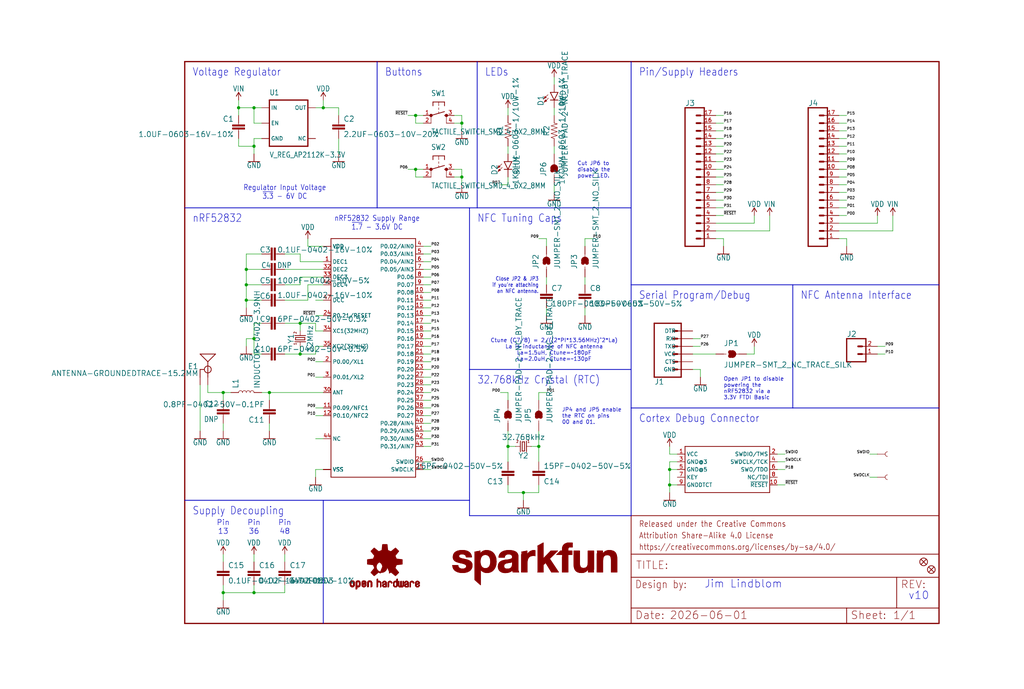
<source format=kicad_sch>
(kicad_sch (version 20230121) (generator eeschema)
  (paper "User" 337.922 227.305)
  (lib_symbols
    (symbol "working-eagle-import:0.1UF-0402-16V-10%"
      (property "Reference" "C" (at 1.524 2.921 0))
      (symbol "0.1UF-0402-16V-10%_1_0"
        (pin passive line (at 0 5.08 270) (length 2.54) (name "1") (number "1"))
        (pin passive line (at 0 -2.54 90) (length 2.54) (name "2") (number "2"))
      )
    )
    (symbol "working-eagle-import:0.8PF-0402-50V-0.1PF"
      (property "Reference" "C" (at 1.524 2.921 0))
      (symbol "0.8PF-0402-50V-0.1PF_1_0"
        (pin passive line (at 0 5.08 270) (length 2.54) (name "1") (number "1"))
        (pin passive line (at 0 -2.54 90) (length 2.54) (name "2") (number "2"))
      )
    )
    (symbol "working-eagle-import:1.0UF-0402-16V-10%"
      (property "Reference" "C" (at 1.524 2.921 0))
      (symbol "1.0UF-0402-16V-10%_1_0"
        (pin passive line (at 0 5.08 270) (length 2.54) (name "1") (number "1"))
        (pin passive line (at 0 -2.54 90) (length 2.54) (name "2") (number "2"))
      )
    )
    (symbol "working-eagle-import:1.0UF-0603-16V-10%"
      (property "Reference" "C" (at 1.524 2.921 0))
      (symbol "1.0UF-0603-16V-10%_1_0"
        (pin passive line (at 0 5.08 270) (length 2.54) (name "1") (number "1"))
        (pin passive line (at 0 -2.54 90) (length 2.54) (name "2") (number "2"))
      )
    )
    (symbol "working-eagle-import:100PF-0402-50V-5%"
      (property "Reference" "C" (at 1.524 2.921 0))
      (symbol "100PF-0402-50V-5%_1_0"
        (pin passive line (at 0 5.08 270) (length 2.54) (name "1") (number "1"))
        (pin passive line (at 0 -2.54 90) (length 2.54) (name "2") (number "2"))
      )
    )
    (symbol "working-eagle-import:15PF-0402-50V-5%"
      (property "Reference" "C" (at 1.524 2.921 0))
      (symbol "15PF-0402-50V-5%_1_0"
        (pin passive line (at 0 5.08 270) (length 2.54) (name "1") (number "1"))
        (pin passive line (at 0 -2.54 90) (length 2.54) (name "2") (number "2"))
      )
    )
    (symbol "working-eagle-import:180PF-0603-50V-5%"
      (property "Reference" "C" (at 1.524 2.921 0))
      (symbol "180PF-0603-50V-5%_1_0"
        (pin passive line (at 0 5.08 270) (length 2.54) (name "1") (number "1"))
        (pin passive line (at 0 -2.54 90) (length 2.54) (name "2") (number "2"))
      )
    )
    (symbol "working-eagle-import:1KOHM-0603-1/10W-1%"
      (property "Reference" "R" (at 0 1.524 0))
      (symbol "1KOHM-0603-1/10W-1%_1_0"
        (pin passive line (at -5.08 0 0) (length 2.54) (name "1") (number "1"))
        (pin passive line (at 5.08 0 180) (length 2.54) (name "2") (number "2"))
      )
    )
    (symbol "working-eagle-import:2.2UF-0603-10V-20%"
      (property "Reference" "C" (at 1.524 2.921 0))
      (symbol "2.2UF-0603-10V-20%_1_0"
        (pin passive line (at 0 5.08 270) (length 2.54) (name "1") (number "1"))
        (pin passive line (at 0 -2.54 90) (length 2.54) (name "2") (number "2"))
      )
    )
    (symbol "working-eagle-import:4.7UF0603"
      (property "Reference" "C" (at 1.524 2.921 0))
      (symbol "4.7UF0603_1_0"
        (pin passive line (at 0 5.08 270) (length 2.54) (name "1") (number "1"))
        (pin passive line (at 0 -2.54 90) (length 2.54) (name "2") (number "2"))
      )
    )
    (symbol "working-eagle-import:6PF-0402-50V-0.5%"
      (property "Reference" "C" (at 1.524 2.921 0))
      (symbol "6PF-0402-50V-0.5%_1_0"
        (pin passive line (at 0 5.08 270) (length 2.54) (name "1") (number "1"))
        (pin passive line (at 0 -2.54 90) (length 2.54) (name "2") (number "2"))
      )
    )
    (symbol "working-eagle-import:ANTENNA-GROUNDEDTRACE-15.2MM"
      (property "Reference" "E" (at 3.048 -5.08 0))
      (symbol "ANTENNA-GROUNDEDTRACE-15.2MM_1_0"
        (pin bidirectional line (at 0 -10.16 90) (length 2.54) (name "SIGNAL") (number "ANT"))
        (pin bidirectional line (at 2.54 -10.16 90) (length 2.54) (name "GND") (number "GND"))
      )
    )
    (symbol "working-eagle-import:ARDUINO_SERIAL_PROGRAMPTH"
      (property "Reference" "J" (at -7.62 10.668 0))
      (symbol "ARDUINO_SERIAL_PROGRAMPTH_1_0"
        (pin passive line (at 5.08 -5.08 180) (length 5.08) (name "DTR") (number "1"))
        (pin passive line (at 5.08 -2.54 180) (length 5.08) (name "RXI") (number "2"))
        (pin passive line (at 5.08 0 180) (length 5.08) (name "TXO") (number "3"))
        (pin passive line (at 5.08 2.54 180) (length 5.08) (name "VCC") (number "4"))
        (pin passive line (at 5.08 5.08 180) (length 5.08) (name "CTS") (number "5"))
        (pin passive line (at 5.08 7.62 180) (length 5.08) (name "GND") (number "6"))
      )
    )
    (symbol "working-eagle-import:CAP0402"
      (property "Reference" "C" (at 1.524 2.921 0))
      (symbol "CAP0402_1_0"
        (pin passive line (at 0 5.08 270) (length 2.54) (name "1") (number "1"))
        (pin passive line (at 0 -2.54 90) (length 2.54) (name "2") (number "2"))
      )
    )
    (symbol "working-eagle-import:CONN_02PTH"
      (property "Reference" "J" (at -2.54 5.588 0))
      (symbol "CONN_02PTH_1_0"
        (pin passive line (at 7.62 0 180) (length 5.08) (name "1") (number "1"))
        (pin passive line (at 7.62 2.54 180) (length 5.08) (name "2") (number "2"))
      )
    )
    (symbol "working-eagle-import:CONN_17"
      (property "Reference" "J" (at 0 23.368 0))
      (symbol "CONN_17_1_0"
        (pin passive line (at 10.16 -20.32 180) (length 5.08) (name "1") (number "1"))
        (pin passive line (at 10.16 2.54 180) (length 5.08) (name "10") (number "10"))
        (pin passive line (at 10.16 5.08 180) (length 5.08) (name "11") (number "11"))
        (pin passive line (at 10.16 7.62 180) (length 5.08) (name "12") (number "12"))
        (pin passive line (at 10.16 10.16 180) (length 5.08) (name "13") (number "13"))
        (pin passive line (at 10.16 12.7 180) (length 5.08) (name "14") (number "14"))
        (pin passive line (at 10.16 15.24 180) (length 5.08) (name "15") (number "15"))
        (pin passive line (at 10.16 17.78 180) (length 5.08) (name "16") (number "16"))
        (pin passive line (at 10.16 20.32 180) (length 5.08) (name "17") (number "17"))
        (pin passive line (at 10.16 -17.78 180) (length 5.08) (name "2") (number "2"))
        (pin passive line (at 10.16 -15.24 180) (length 5.08) (name "3") (number "3"))
        (pin passive line (at 10.16 -12.7 180) (length 5.08) (name "4") (number "4"))
        (pin passive line (at 10.16 -10.16 180) (length 5.08) (name "5") (number "5"))
        (pin passive line (at 10.16 -7.62 180) (length 5.08) (name "6") (number "6"))
        (pin passive line (at 10.16 -5.08 180) (length 5.08) (name "7") (number "7"))
        (pin passive line (at 10.16 -2.54 180) (length 5.08) (name "8") (number "8"))
        (pin passive line (at 10.16 0 180) (length 5.08) (name "9") (number "9"))
      )
    )
    (symbol "working-eagle-import:CORTEX_DEBUGPTH"
      (symbol "CORTEX_DEBUGPTH_1_0"
        (pin bidirectional line (at -15.24 5.08 0) (length 2.54) (name "VCC") (number "1"))
        (pin bidirectional line (at 17.78 -5.08 180) (length 2.54) (name "~{RESET}") (number "10"))
        (pin bidirectional line (at 17.78 5.08 180) (length 2.54) (name "SWDIO/TMS") (number "2"))
        (pin bidirectional line (at -15.24 2.54 0) (length 2.54) (name "GND@3") (number "3"))
        (pin bidirectional line (at 17.78 2.54 180) (length 2.54) (name "SWDCLK/TCK") (number "4"))
        (pin bidirectional line (at -15.24 0 0) (length 2.54) (name "GND@5") (number "5"))
        (pin bidirectional line (at 17.78 0 180) (length 2.54) (name "SWO/TDO") (number "6"))
        (pin bidirectional line (at -15.24 -2.54 0) (length 2.54) (name "KEY") (number "7"))
        (pin bidirectional line (at 17.78 -2.54 180) (length 2.54) (name "NC/TDI") (number "8"))
        (pin bidirectional line (at -15.24 -5.08 0) (length 2.54) (name "GNDDTCT") (number "9"))
      )
    )
    (symbol "working-eagle-import:CRYSTAL-32.768KHZSMD-3.2X1.5"
      (property "Reference" "Y" (at 0 2.032 0))
      (symbol "CRYSTAL-32.768KHZSMD-3.2X1.5_1_0"
        (text "1" (at -2.159 -1.143 0) (effects (font (size 0.8636 0.734)) (justify left bottom)))
        (text "2" (at 1.524 -1.143 0) (effects (font (size 0.8636 0.734)) (justify left bottom)))
        (pin passive line (at -2.54 0 0) (length 0) (name "1") (number "P$1"))
        (pin passive line (at 2.54 0 180) (length 0) (name "2") (number "P$2"))
      )
    )
    (symbol "working-eagle-import:CRYSTAL-32MHZ-SMD-2.0X1.6MM"
      (property "Reference" "Y" (at 0 2.032 0))
      (symbol "CRYSTAL-32MHZ-SMD-2.0X1.6MM_1_0"
        (text "1" (at -2.159 -1.143 0) (effects (font (size 0.8636 0.734)) (justify left bottom)))
        (text "2" (at 1.524 -1.143 0) (effects (font (size 0.8636 0.734)) (justify left bottom)))
        (pin passive line (at -2.54 0 0) (length 0) (name "1") (number "1"))
        (pin passive line (at 2.54 0 180) (length 0) (name "2") (number "3"))
      )
    )
    (symbol "working-eagle-import:FIDUCIALUFIDUCIAL")
    (symbol "working-eagle-import:FRAME-LETTER"
      (symbol "FRAME-LETTER_2_0"
        (text "${#}/${##}" (at 86.36 1.27 0) (effects (font (size 2.54 2.54)) (justify left bottom)))
        (text "${CURRENT_DATE}" (at 12.7 1.27 0) (effects (font (size 2.54 2.54)) (justify left bottom)))
        (text "${PROJECTNAME}" (at 15.494 17.78 0) (effects (font (size 2.7432 2.7432)) (justify left bottom)))
        (text "Attribution Share-Alike 4.0 License" (at 2.54 27.94 0) (effects (font (size 1.9304 1.6408)) (justify left bottom)))
        (text "Date:" (at 1.27 1.27 0) (effects (font (size 2.54 2.54)) (justify left bottom)))
        (text "Design by:" (at 1.27 11.43 0) (effects (font (size 2.54 2.159)) (justify left bottom)))
        (text "https://creativecommons.org/licenses/by-sa/4.0/" (at 2.54 24.13 0) (effects (font (size 1.9304 1.6408)) (justify left bottom)))
        (text "Released under the Creative Commons" (at 2.54 31.75 0) (effects (font (size 1.9304 1.6408)) (justify left bottom)))
        (text "REV:" (at 88.9 11.43 0) (effects (font (size 2.54 2.54)) (justify left bottom)))
        (text "Sheet:" (at 72.39 1.27 0) (effects (font (size 2.54 2.54)) (justify left bottom)))
        (text "TITLE:" (at 1.524 17.78 0) (effects (font (size 2.54 2.54)) (justify left bottom)))
      )
    )
    (symbol "working-eagle-import:GND" (power)
      (property "Value" "GND" (at 0 -0.254 0))
      (symbol "GND_1_0"
        (pin power_in line (at 0 2.54 270) (length 2.54) (name "GND") (number "1"))
      )
    )
    (symbol "working-eagle-import:INDUCTOR-0402-3.9NH"
      (property "Reference" "L" (at 1.27 2.54 0))
      (symbol "INDUCTOR-0402-3.9NH_1_0"
        (pin passive line (at 0 5.08 270) (length 2.54) (name "1") (number "1"))
        (pin passive line (at 0 -5.08 90) (length 2.54) (name "2") (number "2"))
      )
    )
    (symbol "working-eagle-import:JUMPER-PAD-2-NC_BY_TRACE"
      (property "Reference" "JP" (at -2.54 2.54 0))
      (symbol "JUMPER-PAD-2-NC_BY_TRACE_1_0"
        (pin passive line (at -5.08 0 0) (length 2.54) (name "1") (number "1"))
        (pin passive line (at 5.08 0 180) (length 2.54) (name "2") (number "2"))
      )
    )
    (symbol "working-eagle-import:JUMPER-SMT_2_NC_TRACE_SILK"
      (property "Reference" "JP" (at -2.54 2.54 0))
      (symbol "JUMPER-SMT_2_NC_TRACE_SILK_1_0"
        (pin passive line (at -5.08 0 0) (length 2.54) (name "1") (number "1"))
        (pin passive line (at 5.08 0 180) (length 2.54) (name "2") (number "2"))
      )
    )
    (symbol "working-eagle-import:JUMPER-SMT_2_NO_SILK"
      (property "Reference" "JP" (at -2.54 2.54 0))
      (symbol "JUMPER-SMT_2_NO_SILK_1_0"
        (pin passive line (at -5.08 0 0) (length 2.54) (name "1") (number "1"))
        (pin passive line (at 5.08 0 180) (length 2.54) (name "2") (number "2"))
      )
    )
    (symbol "working-eagle-import:LED-BLUE0603"
      (property "Reference" "D" (at -3.429 -4.572 90))
      (symbol "LED-BLUE0603_1_0"
        (pin passive line (at 0 2.54 270) (length 2.54) (name "A") (number "A"))
        (pin passive line (at 0 -5.08 90) (length 2.54) (name "C") (number "C"))
      )
    )
    (symbol "working-eagle-import:LED-RED0603"
      (property "Reference" "D" (at -3.429 -4.572 90))
      (symbol "LED-RED0603_1_0"
        (pin passive line (at 0 2.54 270) (length 2.54) (name "A") (number "A"))
        (pin passive line (at 0 -5.08 90) (length 2.54) (name "C") (number "C"))
      )
    )
    (symbol "working-eagle-import:NRF52832"
      (symbol "NRF52832_1_0"
        (pin bidirectional line (at -17.78 30.48 0) (length 2.54) (name "DEC1") (number "1"))
        (pin bidirectional line (at 15.24 20.32 180) (length 2.54) (name "P0.08") (number "10"))
        (pin bidirectional line (at -17.78 -17.78 0) (length 2.54) (name "P0.09/NFC1") (number "11"))
        (pin bidirectional line (at -17.78 -20.32 0) (length 2.54) (name "P0.10/NFC2") (number "12"))
        (pin bidirectional line (at -17.78 35.56 0) (length 2.54) (name "VDD") (number "13"))
        (pin bidirectional line (at 15.24 17.78 180) (length 2.54) (name "P0.11") (number "14"))
        (pin bidirectional line (at 15.24 15.24 180) (length 2.54) (name "P0.12") (number "15"))
        (pin bidirectional line (at 15.24 12.7 180) (length 2.54) (name "P0.13") (number "16"))
        (pin bidirectional line (at 15.24 10.16 180) (length 2.54) (name "P0.14") (number "17"))
        (pin bidirectional line (at 15.24 7.62 180) (length 2.54) (name "P0.15") (number "18"))
        (pin bidirectional line (at 15.24 5.08 180) (length 2.54) (name "P0.16") (number "19"))
        (pin bidirectional line (at -17.78 -2.54 0) (length 2.54) (name "P0.00/XL1") (number "2"))
        (pin bidirectional line (at 15.24 2.54 180) (length 2.54) (name "P0.17") (number "20"))
        (pin bidirectional line (at 15.24 0 180) (length 2.54) (name "P0.18") (number "21"))
        (pin bidirectional line (at 15.24 -2.54 180) (length 2.54) (name "P0.19") (number "22"))
        (pin bidirectional line (at 15.24 -5.08 180) (length 2.54) (name "P0.20") (number "23"))
        (pin bidirectional line (at -17.78 12.7 0) (length 2.54) (name "P0.21/RESET") (number "24"))
        (pin bidirectional line (at 15.24 -38.1 180) (length 2.54) (name "SWDCLK") (number "25"))
        (pin bidirectional line (at 15.24 -35.56 180) (length 2.54) (name "SWDIO") (number "26"))
        (pin bidirectional line (at 15.24 -7.62 180) (length 2.54) (name "P0.22") (number "27"))
        (pin bidirectional line (at 15.24 -10.16 180) (length 2.54) (name "P0.23") (number "28"))
        (pin bidirectional line (at 15.24 -12.7 180) (length 2.54) (name "P0.24") (number "29"))
        (pin bidirectional line (at -17.78 -7.62 0) (length 2.54) (name "P0.01/XL2") (number "3"))
        (pin bidirectional line (at -17.78 -12.7 0) (length 2.54) (name "ANT") (number "30"))
        (pin bidirectional line (at -17.78 -38.1 0) (length 2.54) (name "VSS") (number "31"))
        (pin bidirectional line (at -17.78 27.94 0) (length 2.54) (name "DEC2") (number "32"))
        (pin bidirectional line (at -17.78 25.4 0) (length 2.54) (name "DEC3") (number "33"))
        (pin bidirectional line (at -17.78 7.62 0) (length 2.54) (name "XC1(32MHZ)") (number "34"))
        (pin bidirectional line (at -17.78 2.54 0) (length 2.54) (name "XC2(32MHZ)") (number "35"))
        (pin bidirectional line (at -17.78 35.56 0) (length 2.54) (name "VDD") (number "36"))
        (pin bidirectional line (at 15.24 -15.24 180) (length 2.54) (name "P0.25") (number "37"))
        (pin bidirectional line (at 15.24 -17.78 180) (length 2.54) (name "P0.26") (number "38"))
        (pin bidirectional line (at 15.24 -20.32 180) (length 2.54) (name "P0.27") (number "39"))
        (pin bidirectional line (at 15.24 35.56 180) (length 2.54) (name "P0.02/AIN0") (number "4"))
        (pin bidirectional line (at 15.24 -22.86 180) (length 2.54) (name "P0.28/AIN4") (number "40"))
        (pin bidirectional line (at 15.24 -25.4 180) (length 2.54) (name "P0.29/AIN5") (number "41"))
        (pin bidirectional line (at 15.24 -27.94 180) (length 2.54) (name "P0.30/AIN6") (number "42"))
        (pin bidirectional line (at 15.24 -30.48 180) (length 2.54) (name "P0.31/AIN7") (number "43"))
        (pin bidirectional line (at -17.78 -27.94 0) (length 2.54) (name "NC") (number "44"))
        (pin bidirectional line (at -17.78 -38.1 0) (length 2.54) (name "VSS") (number "45"))
        (pin bidirectional line (at -17.78 22.86 0) (length 2.54) (name "DEC4") (number "46"))
        (pin bidirectional line (at -17.78 17.78 0) (length 2.54) (name "DCC") (number "47"))
        (pin bidirectional line (at -17.78 35.56 0) (length 2.54) (name "VDD") (number "48"))
        (pin bidirectional line (at 15.24 33.02 180) (length 2.54) (name "P0.03/AIN1") (number "5"))
        (pin bidirectional line (at 15.24 30.48 180) (length 2.54) (name "P0.04/AIN2") (number "6"))
        (pin bidirectional line (at 15.24 27.94 180) (length 2.54) (name "P0.05/AIN3") (number "7"))
        (pin bidirectional line (at 15.24 25.4 180) (length 2.54) (name "P0.06") (number "8"))
        (pin bidirectional line (at 15.24 22.86 180) (length 2.54) (name "P0.07") (number "9"))
        (pin bidirectional line (at -17.78 -38.1 0) (length 2.54) (name "VSS") (number "EP"))
      )
    )
    (symbol "working-eagle-import:OSHW-LOGOMINI")
    (symbol "working-eagle-import:SFE_LOGO_NAME.1_INCH")
    (symbol "working-eagle-import:SWITCH_SPST_4_PINRECT"
      (property "Reference" "SW" (at -2.54 6.35 0))
      (symbol "SWITCH_SPST_4_PINRECT_1_0"
        (pin passive line (at -5.08 0 0) (length 2.54) (name "1") (number "1"))
        (pin passive line (at -5.08 -2.54 0) (length 2.54) (name "2") (number "2"))
        (pin passive line (at 5.08 0 180) (length 2.54) (name "3") (number "3"))
        (pin passive line (at 5.08 -2.54 180) (length 2.54) (name "4") (number "4"))
      )
    )
    (symbol "working-eagle-import:TEST-POINT3X4"
      (symbol "TEST-POINT3X4_1_0"
        (pin bidirectional line (at 0 0 180) (length 0) (name "1") (number "P$1"))
      )
    )
    (symbol "working-eagle-import:VDD" (power)
      (property "Value" "VDD" (at 0 2.794 0))
      (symbol "VDD_1_0"
        (pin power_in line (at 0 0 90) (length 2.54) (name "VDD") (number "1"))
      )
    )
    (symbol "working-eagle-import:VIN" (power)
      (property "Value" "VIN" (at 0 2.794 0))
      (symbol "VIN_1_0"
        (pin power_in line (at 0 0 90) (length 2.54) (name "VIN") (number "1"))
      )
    )
    (symbol "working-eagle-import:V_REG_AP2112K-3.3V"
      (property "Reference" "U" (at -7.62 9.144 0))
      (symbol "V_REG_AP2112K-3.3V_1_0"
        (pin input line (at -10.16 5.08 0) (length 2.54) (name "IN") (number "1"))
        (pin input line (at -10.16 -5.08 0) (length 2.54) (name "GND") (number "2"))
        (pin input line (at -10.16 0 0) (length 2.54) (name "EN") (number "3"))
        (pin input line (at 7.62 -5.08 180) (length 2.54) (name "NC") (number "4"))
        (pin passive line (at 7.62 5.08 180) (length 2.54) (name "OUT") (number "5"))
      )
    )
  )
  (junction (at 81.28 93.98))
  (junction (at 83.82 35.56))
  (junction (at 167.64 147.32))
  (junction (at 81.28 88.9))
  (junction (at 73.66 195.58))
  (junction (at 172.72 162.56))
  (junction (at 83.82 48.26))
  (junction (at 99.06 106.68))
  (junction (at 83.82 195.58))
  (junction (at 152.4 58.42))
  (junction (at 81.28 99.06))
  (junction (at 99.06 116.84))
  (junction (at 137.16 55.88))
  (junction (at 220.98 154.94))
  (junction (at 177.8 147.32))
  (junction (at 73.66 129.54))
  (junction (at 106.68 35.56))
  (junction (at 88.9 129.54))
  (junction (at 137.16 38.1))
  (junction (at 83.82 111.76))
  (junction (at 78.74 35.56))
  (junction (at 152.4 40.64))
  (junction (at 220.98 160.02))
  (wire (pts (xy 177.8 147.32) (xy 177.8 142.24)) (stroke (width 0.1524)))
  (wire (pts (xy 139.7 154.94) (xy 142.24 154.94)) (stroke (width 0.1524)))
  (wire (pts (xy 73.66 195.58) (xy 83.82 195.58)) (stroke (width 0.1524)))
  (wire (pts (xy 139.7 134.62) (xy 142.24 134.62)) (stroke (width 0.1524)))
  (wire (pts (xy 182.88 63.5) (xy 182.88 60.96)) (stroke (width 0.1524)))
  (wire (pts (xy 83.82 106.68) (xy 83.82 111.76)) (stroke (width 0.1524)))
  (wire (pts (xy 106.68 144.78) (xy 104.14 144.78)) (stroke (width 0.1524)))
  (wire (pts (xy 236.22 53.34) (xy 238.76 53.34)) (stroke (width 0.1524)))
  (wire (pts (xy 276.86 76.2) (xy 294.64 76.2)) (stroke (width 0.1524)))
  (wire (pts (xy 182.88 38.1) (xy 182.88 35.56)) (stroke (width 0.1524)))
  (wire (pts (xy 256.54 152.4) (xy 259.08 152.4)) (stroke (width 0.1524)))
  (polyline (pts (xy 157.48 20.32) (xy 157.48 68.58)) (stroke (width 0.254) (type solid)))
  (wire (pts (xy 167.64 58.42) (xy 167.64 60.96)) (stroke (width 0.1524)))
  (wire (pts (xy 149.86 40.64) (xy 152.4 40.64)) (stroke (width 0.1524)))
  (polyline (pts (xy 208.28 134.62) (xy 208.28 121.92)) (stroke (width 0.254) (type solid)))
  (wire (pts (xy 104.14 154.94) (xy 104.14 157.48)) (stroke (width 0.1524)))
  (wire (pts (xy 139.7 142.24) (xy 142.24 142.24)) (stroke (width 0.1524)))
  (wire (pts (xy 73.66 198.12) (xy 73.66 195.58)) (stroke (width 0.1524)))
  (wire (pts (xy 106.68 114.3) (xy 104.14 114.3)) (stroke (width 0.1524)))
  (polyline (pts (xy 261.62 134.62) (xy 208.28 134.62)) (stroke (width 0.254) (type solid)))
  (wire (pts (xy 83.82 35.56) (xy 78.74 35.56)) (stroke (width 0.1524)))
  (wire (pts (xy 152.4 40.64) (xy 152.4 43.18)) (stroke (width 0.1524)))
  (wire (pts (xy 81.28 83.82) (xy 81.28 88.9)) (stroke (width 0.1524)))
  (wire (pts (xy 104.14 109.22) (xy 104.14 106.68)) (stroke (width 0.1524)))
  (wire (pts (xy 106.68 134.62) (xy 104.14 134.62)) (stroke (width 0.1524)))
  (polyline (pts (xy 154.94 121.92) (xy 154.94 165.1)) (stroke (width 0.254) (type solid)))
  (polyline (pts (xy 309.88 134.62) (xy 261.62 134.62)) (stroke (width 0.254) (type solid)))
  (wire (pts (xy 228.6 111.76) (xy 231.14 111.76)) (stroke (width 0.1524)))
  (wire (pts (xy 106.68 35.56) (xy 111.76 35.56)) (stroke (width 0.1524)))
  (wire (pts (xy 279.4 53.34) (xy 276.86 53.34)) (stroke (width 0.1524)))
  (wire (pts (xy 236.22 63.5) (xy 238.76 63.5)) (stroke (width 0.1524)))
  (polyline (pts (xy 124.46 68.58) (xy 60.96 68.58)) (stroke (width 0.254) (type solid)))
  (wire (pts (xy 180.34 104.14) (xy 180.34 101.6)) (stroke (width 0.1524)))
  (wire (pts (xy 223.52 160.02) (xy 220.98 160.02)) (stroke (width 0.1524)))
  (wire (pts (xy 167.64 142.24) (xy 167.64 147.32)) (stroke (width 0.1524)))
  (wire (pts (xy 139.7 58.42) (xy 137.16 58.42)) (stroke (width 0.1524)))
  (wire (pts (xy 228.6 121.92) (xy 231.14 121.92)) (stroke (width 0.1524)))
  (polyline (pts (xy 154.94 170.18) (xy 154.94 165.1)) (stroke (width 0.254) (type solid)))
  (wire (pts (xy 152.4 38.1) (xy 152.4 40.64)) (stroke (width 0.1524)))
  (wire (pts (xy 137.16 40.64) (xy 137.16 38.1)) (stroke (width 0.1524)))
  (wire (pts (xy 256.54 160.02) (xy 259.08 160.02)) (stroke (width 0.1524)))
  (wire (pts (xy 167.64 147.32) (xy 170.18 147.32)) (stroke (width 0.1524)))
  (wire (pts (xy 289.56 116.84) (xy 292.1 116.84)) (stroke (width 0.1524)))
  (wire (pts (xy 139.7 114.3) (xy 142.24 114.3)) (stroke (width 0.1524)))
  (wire (pts (xy 137.16 58.42) (xy 137.16 55.88)) (stroke (width 0.1524)))
  (wire (pts (xy 101.6 81.28) (xy 101.6 78.74)) (stroke (width 0.1524)))
  (wire (pts (xy 276.86 63.5) (xy 279.4 63.5)) (stroke (width 0.1524)))
  (wire (pts (xy 137.16 38.1) (xy 139.7 38.1)) (stroke (width 0.1524)))
  (wire (pts (xy 139.7 137.16) (xy 142.24 137.16)) (stroke (width 0.1524)))
  (wire (pts (xy 86.36 116.84) (xy 83.82 116.84)) (stroke (width 0.1524)))
  (wire (pts (xy 172.72 162.56) (xy 167.64 162.56)) (stroke (width 0.1524)))
  (wire (pts (xy 86.36 129.54) (xy 88.9 129.54)) (stroke (width 0.1524)))
  (wire (pts (xy 279.4 40.64) (xy 276.86 40.64)) (stroke (width 0.1524)))
  (wire (pts (xy 289.56 73.66) (xy 276.86 73.66)) (stroke (width 0.1524)))
  (wire (pts (xy 139.7 86.36) (xy 142.24 86.36)) (stroke (width 0.1524)))
  (wire (pts (xy 152.4 58.42) (xy 152.4 60.96)) (stroke (width 0.1524)))
  (wire (pts (xy 180.34 91.44) (xy 180.34 93.98)) (stroke (width 0.1524)))
  (wire (pts (xy 238.76 78.74) (xy 238.76 81.28)) (stroke (width 0.1524)))
  (wire (pts (xy 223.52 152.4) (xy 220.98 152.4)) (stroke (width 0.1524)))
  (wire (pts (xy 152.4 55.88) (xy 152.4 58.42)) (stroke (width 0.1524)))
  (wire (pts (xy 99.06 106.68) (xy 104.14 106.68)) (stroke (width 0.1524)))
  (wire (pts (xy 167.64 35.56) (xy 167.64 38.1)) (stroke (width 0.1524)))
  (wire (pts (xy 236.22 60.96) (xy 238.76 60.96)) (stroke (width 0.1524)))
  (wire (pts (xy 73.66 195.58) (xy 73.66 193.04)) (stroke (width 0.1524)))
  (wire (pts (xy 99.06 106.68) (xy 99.06 109.22)) (stroke (width 0.1524)))
  (polyline (pts (xy 309.88 93.98) (xy 261.62 93.98)) (stroke (width 0.254) (type solid)))
  (wire (pts (xy 279.4 78.74) (xy 279.4 81.28)) (stroke (width 0.1524)))
  (wire (pts (xy 99.06 83.82) (xy 99.06 86.36)) (stroke (width 0.1524)))
  (wire (pts (xy 106.68 93.98) (xy 101.6 93.98)) (stroke (width 0.1524)))
  (wire (pts (xy 236.22 58.42) (xy 238.76 58.42)) (stroke (width 0.1524)))
  (wire (pts (xy 289.56 157.48) (xy 287.02 157.48)) (stroke (width 0.1524)))
  (wire (pts (xy 248.92 116.84) (xy 248.92 114.3)) (stroke (width 0.1524)))
  (wire (pts (xy 86.36 40.64) (xy 83.82 40.64)) (stroke (width 0.1524)))
  (wire (pts (xy 68.58 129.54) (xy 68.58 127)) (stroke (width 0.1524)))
  (wire (pts (xy 231.14 121.92) (xy 231.14 124.46)) (stroke (width 0.1524)))
  (wire (pts (xy 88.9 142.24) (xy 88.9 139.7)) (stroke (width 0.1524)))
  (wire (pts (xy 139.7 124.46) (xy 142.24 124.46)) (stroke (width 0.1524)))
  (wire (pts (xy 139.7 116.84) (xy 142.24 116.84)) (stroke (width 0.1524)))
  (wire (pts (xy 220.98 152.4) (xy 220.98 154.94)) (stroke (width 0.1524)))
  (wire (pts (xy 246.38 116.84) (xy 248.92 116.84)) (stroke (width 0.1524)))
  (wire (pts (xy 236.22 68.58) (xy 238.76 68.58)) (stroke (width 0.1524)))
  (wire (pts (xy 93.98 83.82) (xy 99.06 83.82)) (stroke (width 0.1524)))
  (wire (pts (xy 223.52 154.94) (xy 220.98 154.94)) (stroke (width 0.1524)))
  (wire (pts (xy 228.6 116.84) (xy 236.22 116.84)) (stroke (width 0.1524)))
  (wire (pts (xy 99.06 116.84) (xy 104.14 116.84)) (stroke (width 0.1524)))
  (wire (pts (xy 254 76.2) (xy 254 71.12)) (stroke (width 0.1524)))
  (wire (pts (xy 177.8 129.54) (xy 180.34 129.54)) (stroke (width 0.1524)))
  (wire (pts (xy 193.04 91.44) (xy 193.04 93.98)) (stroke (width 0.1524)))
  (wire (pts (xy 86.36 93.98) (xy 81.28 93.98)) (stroke (width 0.1524)))
  (wire (pts (xy 279.4 58.42) (xy 276.86 58.42)) (stroke (width 0.1524)))
  (wire (pts (xy 86.36 106.68) (xy 83.82 106.68)) (stroke (width 0.1524)))
  (wire (pts (xy 139.7 104.14) (xy 142.24 104.14)) (stroke (width 0.1524)))
  (wire (pts (xy 182.88 27.94) (xy 182.88 25.4)) (stroke (width 0.1524)))
  (wire (pts (xy 289.56 114.3) (xy 292.1 114.3)) (stroke (width 0.1524)))
  (wire (pts (xy 220.98 160.02) (xy 220.98 162.56)) (stroke (width 0.1524)))
  (wire (pts (xy 78.74 35.56) (xy 78.74 33.02)) (stroke (width 0.1524)))
  (wire (pts (xy 276.86 66.04) (xy 279.4 66.04)) (stroke (width 0.1524)))
  (wire (pts (xy 106.68 99.06) (xy 104.14 99.06)) (stroke (width 0.1524)))
  (polyline (pts (xy 124.46 68.58) (xy 124.46 20.32)) (stroke (width 0.254) (type solid)))
  (wire (pts (xy 180.34 78.74) (xy 177.8 78.74)) (stroke (width 0.1524)))
  (polyline (pts (xy 208.28 121.92) (xy 154.94 121.92)) (stroke (width 0.254) (type solid)))
  (wire (pts (xy 137.16 38.1) (xy 134.62 38.1)) (stroke (width 0.1524)))
  (wire (pts (xy 139.7 147.32) (xy 142.24 147.32)) (stroke (width 0.1524)))
  (wire (pts (xy 294.64 76.2) (xy 294.64 71.12)) (stroke (width 0.1524)))
  (wire (pts (xy 177.8 147.32) (xy 175.26 147.32)) (stroke (width 0.1524)))
  (wire (pts (xy 106.68 35.56) (xy 106.68 33.02)) (stroke (width 0.1524)))
  (wire (pts (xy 289.56 149.86) (xy 287.02 149.86)) (stroke (width 0.1524)))
  (wire (pts (xy 139.7 101.6) (xy 142.24 101.6)) (stroke (width 0.1524)))
  (wire (pts (xy 279.4 38.1) (xy 276.86 38.1)) (stroke (width 0.1524)))
  (polyline (pts (xy 106.68 165.1) (xy 60.96 165.1)) (stroke (width 0.254) (type solid)))
  (wire (pts (xy 93.98 106.68) (xy 99.06 106.68)) (stroke (width 0.1524)))
  (wire (pts (xy 83.82 111.76) (xy 83.82 116.84)) (stroke (width 0.1524)))
  (wire (pts (xy 139.7 106.68) (xy 142.24 106.68)) (stroke (width 0.1524)))
  (wire (pts (xy 182.88 48.26) (xy 182.88 50.8)) (stroke (width 0.1524)))
  (wire (pts (xy 236.22 73.66) (xy 248.92 73.66)) (stroke (width 0.1524)))
  (wire (pts (xy 81.28 93.98) (xy 81.28 99.06)) (stroke (width 0.1524)))
  (wire (pts (xy 81.28 99.06) (xy 86.36 99.06)) (stroke (width 0.1524)))
  (wire (pts (xy 86.36 83.82) (xy 81.28 83.82)) (stroke (width 0.1524)))
  (wire (pts (xy 73.66 142.24) (xy 73.66 139.7)) (stroke (width 0.1524)))
  (wire (pts (xy 139.7 88.9) (xy 142.24 88.9)) (stroke (width 0.1524)))
  (wire (pts (xy 83.82 48.26) (xy 83.82 50.8)) (stroke (width 0.1524)))
  (wire (pts (xy 106.68 137.16) (xy 104.14 137.16)) (stroke (width 0.1524)))
  (wire (pts (xy 81.28 88.9) (xy 81.28 93.98)) (stroke (width 0.1524)))
  (wire (pts (xy 106.68 88.9) (xy 93.98 88.9)) (stroke (width 0.1524)))
  (wire (pts (xy 86.36 35.56) (xy 83.82 35.56)) (stroke (width 0.1524)))
  (wire (pts (xy 83.82 111.76) (xy 81.28 111.76)) (stroke (width 0.1524)))
  (wire (pts (xy 78.74 35.56) (xy 78.74 38.1)) (stroke (width 0.1524)))
  (wire (pts (xy 78.74 45.72) (xy 78.74 48.26)) (stroke (width 0.1524)))
  (wire (pts (xy 73.66 182.88) (xy 73.66 185.42)) (stroke (width 0.1524)))
  (wire (pts (xy 86.36 88.9) (xy 81.28 88.9)) (stroke (width 0.1524)))
  (wire (pts (xy 139.7 93.98) (xy 142.24 93.98)) (stroke (width 0.1524)))
  (wire (pts (xy 104.14 35.56) (xy 106.68 35.56)) (stroke (width 0.1524)))
  (wire (pts (xy 236.22 45.72) (xy 238.76 45.72)) (stroke (width 0.1524)))
  (wire (pts (xy 104.14 114.3) (xy 104.14 116.84)) (stroke (width 0.1524)))
  (wire (pts (xy 139.7 121.92) (xy 142.24 121.92)) (stroke (width 0.1524)))
  (wire (pts (xy 279.4 68.58) (xy 276.86 68.58)) (stroke (width 0.1524)))
  (wire (pts (xy 73.66 132.08) (xy 73.66 129.54)) (stroke (width 0.1524)))
  (wire (pts (xy 99.06 91.44) (xy 106.68 91.44)) (stroke (width 0.1524)))
  (wire (pts (xy 236.22 40.64) (xy 238.76 40.64)) (stroke (width 0.1524)))
  (wire (pts (xy 106.68 109.22) (xy 104.14 109.22)) (stroke (width 0.1524)))
  (wire (pts (xy 279.4 48.26) (xy 276.86 48.26)) (stroke (width 0.1524)))
  (wire (pts (xy 236.22 48.26) (xy 238.76 48.26)) (stroke (width 0.1524)))
  (wire (pts (xy 106.68 104.14) (xy 104.14 104.14)) (stroke (width 0.1524)))
  (wire (pts (xy 167.64 162.56) (xy 167.64 160.02)) (stroke (width 0.1524)))
  (wire (pts (xy 139.7 109.22) (xy 142.24 109.22)) (stroke (width 0.1524)))
  (wire (pts (xy 78.74 48.26) (xy 83.82 48.26)) (stroke (width 0.1524)))
  (wire (pts (xy 66.04 142.24) (xy 66.04 127)) (stroke (width 0.1524)))
  (wire (pts (xy 139.7 132.08) (xy 142.24 132.08)) (stroke (width 0.1524)))
  (wire (pts (xy 279.4 55.88) (xy 276.86 55.88)) (stroke (width 0.1524)))
  (wire (pts (xy 139.7 40.64) (xy 137.16 40.64)) (stroke (width 0.1524)))
  (wire (pts (xy 167.64 132.08) (xy 167.64 129.54)) (stroke (width 0.1524)))
  (wire (pts (xy 88.9 132.08) (xy 88.9 129.54)) (stroke (width 0.1524)))
  (wire (pts (xy 256.54 154.94) (xy 259.08 154.94)) (stroke (width 0.1524)))
  (polyline (pts (xy 154.94 68.58) (xy 154.94 121.92)) (stroke (width 0.254) (type solid)))
  (wire (pts (xy 167.64 129.54) (xy 165.1 129.54)) (stroke (width 0.1524)))
  (wire (pts (xy 248.92 73.66) (xy 248.92 71.12)) (stroke (width 0.1524)))
  (polyline (pts (xy 208.28 170.18) (xy 154.94 170.18)) (stroke (width 0.254) (type solid)))
  (wire (pts (xy 223.52 149.86) (xy 220.98 149.86)) (stroke (width 0.1524)))
  (wire (pts (xy 228.6 114.3) (xy 231.14 114.3)) (stroke (width 0.1524)))
  (wire (pts (xy 83.82 40.64) (xy 83.82 35.56)) (stroke (width 0.1524)))
  (wire (pts (xy 86.36 45.72) (xy 83.82 45.72)) (stroke (width 0.1524)))
  (wire (pts (xy 279.4 45.72) (xy 276.86 45.72)) (stroke (width 0.1524)))
  (wire (pts (xy 101.6 93.98) (xy 101.6 99.06)) (stroke (width 0.1524)))
  (wire (pts (xy 167.64 48.26) (xy 167.64 50.8)) (stroke (width 0.1524)))
  (polyline (pts (xy 208.28 68.58) (xy 157.48 68.58)) (stroke (width 0.254) (type solid)))
  (wire (pts (xy 149.86 55.88) (xy 152.4 55.88)) (stroke (width 0.1524)))
  (polyline (pts (xy 261.62 93.98) (xy 208.28 93.98)) (stroke (width 0.254) (type solid)))
  (wire (pts (xy 139.7 127) (xy 142.24 127)) (stroke (width 0.1524)))
  (wire (pts (xy 177.8 152.4) (xy 177.8 147.32)) (stroke (width 0.1524)))
  (polyline (pts (xy 261.62 134.62) (xy 261.62 93.98)) (stroke (width 0.254) (type solid)))
  (wire (pts (xy 99.06 116.84) (xy 99.06 114.3)) (stroke (width 0.1524)))
  (wire (pts (xy 220.98 149.86) (xy 220.98 147.32)) (stroke (width 0.1524)))
  (wire (pts (xy 167.64 60.96) (xy 165.1 60.96)) (stroke (width 0.1524)))
  (wire (pts (xy 149.86 58.42) (xy 152.4 58.42)) (stroke (width 0.1524)))
  (wire (pts (xy 139.7 119.38) (xy 142.24 119.38)) (stroke (width 0.1524)))
  (wire (pts (xy 139.7 111.76) (xy 142.24 111.76)) (stroke (width 0.1524)))
  (wire (pts (xy 149.86 38.1) (xy 152.4 38.1)) (stroke (width 0.1524)))
  (wire (pts (xy 236.22 50.8) (xy 238.76 50.8)) (stroke (width 0.1524)))
  (wire (pts (xy 220.98 154.94) (xy 220.98 160.02)) (stroke (width 0.1524)))
  (polyline (pts (xy 208.28 68.58) (xy 208.28 20.32)) (stroke (width 0.254) (type solid)))
  (wire (pts (xy 172.72 165.1) (xy 172.72 162.56)) (stroke (width 0.1524)))
  (wire (pts (xy 139.7 81.28) (xy 142.24 81.28)) (stroke (width 0.1524)))
  (wire (pts (xy 276.86 78.74) (xy 279.4 78.74)) (stroke (width 0.1524)))
  (wire (pts (xy 139.7 129.54) (xy 142.24 129.54)) (stroke (width 0.1524)))
  (wire (pts (xy 76.2 129.54) (xy 73.66 129.54)) (stroke (width 0.1524)))
  (wire (pts (xy 101.6 99.06) (xy 93.98 99.06)) (stroke (width 0.1524)))
  (wire (pts (xy 111.76 35.56) (xy 111.76 38.1)) (stroke (width 0.1524)))
  (wire (pts (xy 177.8 160.02) (xy 177.8 162.56)) (stroke (width 0.1524)))
  (wire (pts (xy 93.98 93.98) (xy 99.06 93.98)) (stroke (width 0.1524)))
  (wire (pts (xy 236.22 71.12) (xy 238.76 71.12)) (stroke (width 0.1524)))
  (wire (pts (xy 83.82 45.72) (xy 83.82 48.26)) (stroke (width 0.1524)))
  (wire (pts (xy 167.64 152.4) (xy 167.64 147.32)) (stroke (width 0.1524)))
  (wire (pts (xy 83.82 195.58) (xy 93.98 195.58)) (stroke (width 0.1524)))
  (wire (pts (xy 106.68 124.46) (xy 104.14 124.46)) (stroke (width 0.1524)))
  (wire (pts (xy 99.06 86.36) (xy 106.68 86.36)) (stroke (width 0.1524)))
  (wire (pts (xy 137.16 55.88) (xy 139.7 55.88)) (stroke (width 0.1524)))
  (wire (pts (xy 279.4 60.96) (xy 276.86 60.96)) (stroke (width 0.1524)))
  (wire (pts (xy 111.76 50.8) (xy 111.76 45.72)) (stroke (width 0.1524)))
  (polyline (pts (xy 208.28 93.98) (xy 208.28 68.58)) (stroke (width 0.254) (type solid)))
  (wire (pts (xy 81.28 111.76) (xy 81.28 114.3)) (stroke (width 0.1524)))
  (wire (pts (xy 193.04 81.28) (xy 193.04 78.74)) (stroke (width 0.1524)))
  (wire (pts (xy 106.68 154.94) (xy 104.14 154.94)) (stroke (width 0.1524)))
  (wire (pts (xy 139.7 99.06) (xy 142.24 99.06)) (stroke (width 0.1524)))
  (polyline (pts (xy 154.94 165.1) (xy 106.68 165.1)) (stroke (width 0.254) (type solid)))
  (wire (pts (xy 139.7 96.52) (xy 142.24 96.52)) (stroke (width 0.1524)))
  (wire (pts (xy 177.8 162.56) (xy 172.72 162.56)) (stroke (width 0.1524)))
  (polyline (pts (xy 157.48 68.58) (xy 154.94 68.58)) (stroke (width 0.254) (type solid)))
  (wire (pts (xy 279.4 71.12) (xy 276.86 71.12)) (stroke (width 0.1524)))
  (wire (pts (xy 88.9 129.54) (xy 106.68 129.54)) (stroke (width 0.1524)))
  (wire (pts (xy 93.98 182.88) (xy 93.98 185.42)) (stroke (width 0.1524)))
  (polyline (pts (xy 208.28 170.18) (xy 208.28 134.62)) (stroke (width 0.254) (type solid)))
  (wire (pts (xy 106.68 81.28) (xy 101.6 81.28)) (stroke (width 0.1524)))
  (wire (pts (xy 99.06 93.98) (xy 99.06 91.44)) (stroke (width 0.1524)))
  (wire (pts (xy 236.22 55.88) (xy 238.76 55.88)) (stroke (width 0.1524)))
  (wire (pts (xy 236.22 43.18) (xy 238.76 43.18)) (stroke (width 0.1524)))
  (wire (pts (xy 236.22 38.1) (xy 238.76 38.1)) (stroke (width 0.1524)))
  (polyline (pts (xy 106.68 165.1) (xy 106.68 205.74)) (stroke (width 0.254) (type solid)))
  (wire (pts (xy 256.54 149.86) (xy 259.08 149.86)) (stroke (width 0.1524)))
  (polyline (pts (xy 154.94 68.58) (xy 124.46 68.58)) (stroke (width 0.254) (type solid)))
  (wire (pts (xy 279.4 50.8) (xy 276.86 50.8)) (stroke (width 0.1524)))
  (wire (pts (xy 83.82 193.04) (xy 83.82 195.58)) (stroke (width 0.1524)))
  (wire (pts (xy 177.8 132.08) (xy 177.8 129.54)) (stroke (width 0.1524)))
  (wire (pts (xy 193.04 78.74) (xy 195.58 78.74)) (stroke (width 0.1524)))
  (wire (pts (xy 139.7 144.78) (xy 142.24 144.78)) (stroke (width 0.1524)))
  (wire (pts (xy 93.98 116.84) (xy 99.06 116.84)) (stroke (width 0.1524)))
  (wire (pts (xy 193.04 104.14) (xy 193.04 101.6)) (stroke (width 0.1524)))
  (wire (pts (xy 81.28 99.06) (xy 81.28 101.6)) (stroke (width 0.1524)))
  (wire (pts (xy 139.7 91.44) (xy 142.24 91.44)) (stroke (width 0.1524)))
  (wire (pts (xy 236.22 66.04) (xy 238.76 66.04)) (stroke (width 0.1524)))
  (polyline (pts (xy 208.28 121.92) (xy 208.28 93.98)) (stroke (width 0.254) (type solid)))
  (wire (pts (xy 180.34 81.28) (xy 180.34 78.74)) (stroke (width 0.1524)))
  (wire (pts (xy 139.7 139.7) (xy 142.24 139.7)) (stroke (width 0.1524)))
  (wire (pts (xy 289.56 73.66) (xy 289.56 71.12)) (stroke (width 0.1524)))
  (wire (pts (xy 279.4 43.18) (xy 276.86 43.18)) (stroke (width 0.1524)))
  (wire (pts (xy 106.68 119.38) (xy 104.14 119.38)) (stroke (width 0.1524)))
  (wire (pts (xy 236.22 78.74) (xy 238.76 78.74)) (stroke (width 0.1524)))
  (wire (pts (xy 236.22 76.2) (xy 254 76.2)) (stroke (width 0.1524)))
  (wire (pts (xy 73.66 129.54) (xy 68.58 129.54)) (stroke (width 0.1524)))
  (wire (pts (xy 137.16 55.88) (xy 134.62 55.88)) (stroke (width 0.1524)))
  (wire (pts (xy 139.7 83.82) (xy 142.24 83.82)) (stroke (width 0.1524)))
  (wire (pts (xy 83.82 182.88) (xy 83.82 185.42)) (stroke (width 0.1524)))
  (wire (pts (xy 93.98 195.58) (xy 93.98 193.04)) (stroke (width 0.1524)))
  (wire (pts (xy 139.7 152.4) (xy 142.24 152.4)) (stroke (width 0.1524)))
  (text "Supply Decoupling" (at 63.5 170.18 0) (effects (font (size 2.54 2.159)) (justify left bottom)))
  (text "Ctune (C7/8) = 2/((2*PI*13.56MHz)^2*La)\nLa is inductance of NFC antenna\nLa=1.5uH, Ctune=~180pF\nLa=2.0uH, Ctune=~130pF" (at 182.88 111.76 0) (effects (font (size 1.27 1.27)) (justify top)))
  (text "Cut JP6 to\ndisable the\npower LED." (at 190.5 53.34 0) (effects (font (size 1.27 1.27)) (justify left top)))
  (text "nRF52832" (at 63.5 73.66 0) (effects (font (size 2.54 2.159)) (justify left bottom)))
  (text "nRF52832 Supply Range\n~{1.7} - 3.6V DC~{}" (at 124.46 73.66 0) (effects (font (size 1.778 1.5113))))
  (text "Voltage Regulator" (at 63.5 25.4 0) (effects (font (size 2.54 2.159)) (justify left bottom)))
  (text "Pin/Supply Headers" (at 210.82 25.4 0) (effects (font (size 2.54 2.159)) (justify left bottom)))
  (text "NFC Tuning Caps" (at 157.48 73.66 0) (effects (font (size 2.54 2.159)) (justify left bottom)))
  (text "Pin\n36" (at 83.82 176.53 0) (effects (font (size 1.778 1.778)) (justify bottom)))
  (text "Open JP1 to disable\npowering the\nnRF52832 via a\n3.3V FTDI Basic" (at 238.76 124.46 0) (effects (font (size 1.27 1.27)) (justify left top)))
  (text "LEDs" (at 160.02 25.4 0) (effects (font (size 2.54 2.159)) (justify left bottom)))
  (text "Close JP2 & JP3\nif you're attaching\nan NFC antenna." (at 177.8 91.44 0) (effects (font (size 1.27 1.0795)) (justify right top)))
  (text "Cortex Debug Connector" (at 210.82 139.7 0) (effects (font (size 2.54 2.159)) (justify left bottom)))
  (text "Buttons" (at 127 25.4 0) (effects (font (size 2.54 2.159)) (justify left bottom)))
  (text "NFC Antenna Interface" (at 264.16 99.06 0) (effects (font (size 2.54 2.159)) (justify left bottom)))
  (text "Jim Lindblom" (at 232.41 194.31 0) (effects (font (size 2.54 2.54)) (justify left bottom)))
  (text "JP4 and JP5 enable\nthe RTC on pins\n00 and 01." (at 185.42 134.62 0) (effects (font (size 1.27 1.27)) (justify left top)))
  (text "32.768kHz Crystal (RTC)" (at 157.48 127 0) (effects (font (size 2.54 2.159)) (justify left bottom)))
  (text "Regulator Input Voltage\n~{3.3} - 6V DC~{}" (at 93.98 63.5 0) (effects (font (size 1.778 1.5113))))
  (text "Pin\n48" (at 93.98 176.53 0) (effects (font (size 1.778 1.778)) (justify bottom)))
  (text "Pin\n13" (at 73.66 176.53 0) (effects (font (size 1.778 1.778)) (justify bottom)))
  (text "v10" (at 299.72 198.12 0) (effects (font (size 2.54 2.54)) (justify left bottom)))
  (text "Serial Program/Debug" (at 210.82 99.06 0) (effects (font (size 2.54 2.159)) (justify left bottom)))
  (label "P28" (at 142.24 139.7 0) (effects (font (size 0.889 0.889))))
  (label "P26" (at 142.24 134.62 0) (effects (font (size 0.889 0.889))))
  (label "P18" (at 142.24 116.84 0) (effects (font (size 0.889 0.889))))
  (label "P08" (at 142.24 96.52 0) (effects (font (size 0.889 0.889))))
  (label "P25" (at 238.76 58.42 0) (effects (font (size 0.889 0.889))))
  (label "P15" (at 279.4 38.1 0) (effects (font (size 0.889 0.889))))
  (label "P16" (at 238.76 38.1 0) (effects (font (size 0.889 0.889))))
  (label "P11" (at 279.4 48.26 0) (effects (font (size 0.889 0.889))))
  (label "P10" (at 195.58 78.74 0) (effects (font (size 0.889 0.889))))
  (label "P22" (at 238.76 50.8 0) (effects (font (size 0.889 0.889))))
  (label "P00" (at 279.4 71.12 0) (effects (font (size 0.889 0.889))))
  (label "P29" (at 142.24 142.24 0) (effects (font (size 0.889 0.889))))
  (label "P11" (at 142.24 99.06 0) (effects (font (size 0.889 0.889))))
  (label "P25" (at 142.24 132.08 0) (effects (font (size 0.889 0.889))))
  (label "P03" (at 279.4 63.5 0) (effects (font (size 0.889 0.889))))
  (label "P19" (at 238.76 45.72 0) (effects (font (size 0.889 0.889))))
  (label "P04" (at 279.4 60.96 0) (effects (font (size 0.889 0.889))))
  (label "P22" (at 142.24 124.46 0) (effects (font (size 0.889 0.889))))
  (label "P01" (at 180.34 129.54 0) (effects (font (size 0.889 0.889))))
  (label "P10" (at 292.1 116.84 0) (effects (font (size 0.889 0.889))))
  (label "P27" (at 231.14 111.76 0) (effects (font (size 0.889 0.889))))
  (label "P29" (at 238.76 63.5 0) (effects (font (size 0.889 0.889))))
  (label "~{RESET}" (at 134.62 38.1 180) (effects (font (size 0.889 0.889))))
  (label "SWDCLK" (at 259.08 152.4 0) (effects (font (size 0.889 0.889))))
  (label "P08" (at 279.4 55.88 0) (effects (font (size 0.889 0.889))))
  (label "P13" (at 142.24 104.14 0) (effects (font (size 0.889 0.889))))
  (label "P13" (at 279.4 43.18 0) (effects (font (size 0.889 0.889))))
  (label "P09" (at 177.8 78.74 180) (effects (font (size 0.889 0.889))))
  (label "~{RESET}" (at 238.76 71.12 0) (effects (font (size 0.889 0.889))))
  (label "P09" (at 292.1 114.3 0) (effects (font (size 0.889 0.889))))
  (label "P14" (at 142.24 106.68 0) (effects (font (size 0.889 0.889))))
  (label "P26" (at 231.14 114.3 0) (effects (font (size 0.889 0.889))))
  (label "P00" (at 165.1 129.54 180) (effects (font (size 0.889 0.889))))
  (label "P10" (at 104.14 137.16 180) (effects (font (size 0.889 0.889))))
  (label "P17" (at 142.24 114.3 0) (effects (font (size 0.889 0.889))))
  (label "P27" (at 142.24 137.16 0) (effects (font (size 0.889 0.889))))
  (label "P06" (at 142.24 91.44 0) (effects (font (size 0.889 0.889))))
  (label "P05" (at 142.24 88.9 0) (effects (font (size 0.889 0.889))))
  (label "SWDCLK" (at 287.02 157.48 180) (effects (font (size 0.889 0.889))))
  (label "P12" (at 142.24 101.6 0) (effects (font (size 0.889 0.889))))
  (label "SWDIO" (at 287.02 149.86 180) (effects (font (size 0.889 0.889))))
  (label "P05" (at 279.4 58.42 0) (effects (font (size 0.889 0.889))))
  (label "P17" (at 238.76 40.64 0) (effects (font (size 0.889 0.889))))
  (label "P01" (at 279.4 68.58 0) (effects (font (size 0.889 0.889))))
  (label "P23" (at 238.76 53.34 0) (effects (font (size 0.889 0.889))))
  (label "P01" (at 104.14 124.46 180) (effects (font (size 0.889 0.889))))
  (label "P02" (at 142.24 81.28 0) (effects (font (size 0.889 0.889))))
  (label "P03" (at 142.24 83.82 0) (effects (font (size 0.889 0.889))))
  (label "P20" (at 238.76 48.26 0) (effects (font (size 0.889 0.889))))
  (label "P31" (at 238.76 68.58 0) (effects (font (size 0.889 0.889))))
  (label "SWDIO" (at 142.24 152.4 0) (effects (font (size 0.889 0.889))))
  (label "P24" (at 142.24 129.54 0) (effects (font (size 0.889 0.889))))
  (label "P28" (at 238.76 60.96 0) (effects (font (size 0.889 0.889))))
  (label "P12" (at 279.4 45.72 0) (effects (font (size 0.889 0.889))))
  (label "~{RESET}" (at 104.14 104.14 180) (effects (font (size 0.889 0.889))))
  (label "P16" (at 142.24 111.76 0) (effects (font (size 0.889 0.889))))
  (label "SWDCLK" (at 142.24 154.94 0) (effects (font (size 0.889 0.889))))
  (label "P30" (at 142.24 144.78 0) (effects (font (size 0.889 0.889))))
  (label "P18" (at 238.76 43.18 0) (effects (font (size 0.889 0.889))))
  (label "P14" (at 279.4 40.64 0) (effects (font (size 0.889 0.889))))
  (label "P19" (at 142.24 119.38 0) (effects (font (size 0.889 0.889))))
  (label "P10" (at 279.4 50.8 0) (effects (font (size 0.889 0.889))))
  (label "P23" (at 142.24 127 0) (effects (font (size 0.889 0.889))))
  (label "P00" (at 104.14 119.38 180) (effects (font (size 0.889 0.889))))
  (label "P07" (at 142.24 93.98 0) (effects (font (size 0.889 0.889))))
  (label "P04" (at 142.24 86.36 0) (effects (font (size 0.889 0.889))))
  (label "~{RESET}" (at 259.08 160.02 0) (effects (font (size 0.889 0.889))))
  (label "P24" (at 238.76 55.88 0) (effects (font (size 0.889 0.889))))
  (label "P20" (at 142.24 121.92 0) (effects (font (size 0.889 0.889))))
  (label "P06" (at 134.62 55.88 180) (effects (font (size 0.889 0.889))))
  (label "P15" (at 142.24 109.22 0) (effects (font (size 0.889 0.889))))
  (label "P30" (at 238.76 66.04 0) (effects (font (size 0.889 0.889))))
  (label "SWDIO" (at 259.08 149.86 0) (effects (font (size 0.889 0.889))))
  (label "P07" (at 165.1 60.96 180) (effects (font (size 0.889 0.889))))
  (label "P09" (at 279.4 53.34 0) (effects (font (size 0.889 0.889))))
  (label "P31" (at 142.24 147.32 0) (effects (font (size 0.889 0.889))))
  (label "P02" (at 279.4 66.04 0) (effects (font (size 0.889 0.889))))
  (label "P09" (at 104.14 134.62 180) (effects (font (size 0.889 0.889))))
  (label "P18" (at 259.08 154.94 0) (effects (font (size 0.889 0.889))))
  (symbol (lib_id "working-eagle-import:SFE_LOGO_NAME.1_INCH") (at 147.32 193.04 0) (unit 1)
    (property "Reference" "LOGO2" (effects hide))
    (property "Value" "SFE_LOGO_NAME.1_INCH" (effects hide))
    (property "Footprint" "working:SFE_LOGO_NAME_.1" (effects hide))
  )
  (symbol (lib_id "working-eagle-import:SFE_LOGO_NAME.1_INCH") (at 147.32 193.04 0) (unit 1)
    (property "Reference" "LOGO3" (effects hide))
    (property "Value" "SFE_LOGO_NAME.1_INCH" (effects hide))
    (property "Footprint" "working:SFE_LOGO_NAME_.1" (effects hide))
  )
  (symbol (lib_id "working-eagle-import:CORTEX_DEBUGPTH") (at 238.76 154.94 0) (unit 1)
    (property "Reference" "J5" (effects hide))
    (property "Value" "CORTEX_DEBUGPTH" (effects hide))
    (property "Footprint" "working:2X5-PTH-1.27MM" (effects hide))
  )
  (symbol (lib_id "working-eagle-import:GND") (at 111.76 53.34 0) (unit 1)
    (property "Reference" "#GND3" (effects hide))
    (property "Value" "GND" (at 111.76 53.594 0) (effects (font (size 1.778 1.5113)) (justify top)))
  )
  (symbol (lib_id "working-eagle-import:GND") (at 88.9 144.78 0) (unit 1)
    (property "Reference" "#GND16" (effects hide))
    (property "Value" "GND" (at 88.9 145.034 0) (effects (font (size 1.778 1.5113)) (justify top)))
  )
  (symbol (lib_id "working-eagle-import:ARDUINO_SERIAL_PROGRAMPTH") (at 223.52 114.3 0) (mirror x) (unit 1)
    (property "Reference" "J1" (at 215.9 124.968 0) (effects (font (size 1.778 1.778)) (justify left bottom)))
    (property "Value" "ARDUINO_SERIAL_PROGRAMPTH" (effects hide))
    (property "Footprint" "working:1X06" (effects hide))
  )
  (symbol (lib_id "working-eagle-import:JUMPER-PAD-2-NC_BY_TRACE") (at 167.64 137.16 90) (unit 1)
    (property "Reference" "JP4" (at 165.1 139.7 0) (effects (font (size 1.778 1.778)) (justify left bottom)))
    (property "Value" "JUMPER-PAD-2-NC_BY_TRACE" (at 170.18 139.7 0) (effects (font (size 1.778 1.778)) (justify left top)))
    (property "Footprint" "working:PAD-JUMPER-2-NC_BY_TRACE_YES_SILK" (effects hide))
  )
  (symbol (lib_id "working-eagle-import:VDD") (at 73.66 182.88 0) (unit 1)
    (property "Reference" "#SUPPLY11" (effects hide))
    (property "Value" "VDD" (at 73.66 180.086 0) (effects (font (size 1.778 1.5113)) (justify bottom)))
  )
  (symbol (lib_id "working-eagle-import:0.1UF-0402-16V-10%") (at 83.82 190.5 0) (unit 1)
    (property "Reference" "C16" (at 85.344 187.579 0) (effects (font (size 1.778 1.778)) (justify left bottom)))
    (property "Value" "0.1UF-0402-16V-10%" (at 85.344 192.659 0) (effects (font (size 1.778 1.778)) (justify left bottom)))
    (property "Footprint" "working:0402" (effects hide))
  )
  (symbol (lib_id "working-eagle-import:0.1UF-0402-16V-10%") (at 91.44 83.82 90) (unit 1)
    (property "Reference" "C3" (at 89.408 83.439 90) (effects (font (size 1.778 1.778)) (justify left top)))
    (property "Value" "0.1UF-0402-16V-10%" (at 91.44 83.439 90) (effects (font (size 1.778 1.778)) (justify right top)))
    (property "Footprint" "working:0402" (effects hide))
  )
  (symbol (lib_id "working-eagle-import:CAP0402") (at 73.66 137.16 0) (mirror y) (unit 1)
    (property "Reference" "C12" (at 72.136 134.239 0) (effects (font (size 1.778 1.5113)) (justify left bottom)))
    (property "Value" "DNP" (at 72.136 139.319 0) (effects (font (size 1.778 1.5113)) (justify left bottom)))
    (property "Footprint" "working:0402" (effects hide))
  )
  (symbol (lib_id "working-eagle-import:GND") (at 83.82 53.34 0) (unit 1)
    (property "Reference" "#GND2" (effects hide))
    (property "Value" "GND" (at 83.82 53.594 0) (effects (font (size 1.778 1.5113)) (justify top)))
  )
  (symbol (lib_id "working-eagle-import:0.8PF-0402-50V-0.1PF") (at 88.9 134.62 180) (unit 1)
    (property "Reference" "C11" (at 87.376 137.541 0) (effects (font (size 1.778 1.778)) (justify left bottom)))
    (property "Value" "0.8PF-0402-50V-0.1PF" (at 87.376 132.461 0) (effects (font (size 1.778 1.778)) (justify left bottom)))
    (property "Footprint" "working:0402" (effects hide))
  )
  (symbol (lib_id "working-eagle-import:GND") (at 182.88 66.04 0) (unit 1)
    (property "Reference" "#GND7" (effects hide))
    (property "Value" "GND" (at 182.88 66.294 0) (effects (font (size 1.778 1.5113)) (justify top)))
  )
  (symbol (lib_id "working-eagle-import:GND") (at 279.4 83.82 0) (unit 1)
    (property "Reference" "#GND13" (effects hide))
    (property "Value" "GND" (at 279.4 84.074 0) (effects (font (size 1.778 1.5113)) (justify top)))
  )
  (symbol (lib_id "working-eagle-import:JUMPER-PAD-2-NC_BY_TRACE") (at 182.88 55.88 90) (unit 1)
    (property "Reference" "JP6" (at 180.34 58.42 0) (effects (font (size 1.778 1.778)) (justify left bottom)))
    (property "Value" "JUMPER-PAD-2-NC_BY_TRACE" (at 185.42 58.42 0) (effects (font (size 1.778 1.778)) (justify left top)))
    (property "Footprint" "working:PAD-JUMPER-2-NC_BY_TRACE_YES_SILK" (effects hide))
  )
  (symbol (lib_id "working-eagle-import:VDD") (at 93.98 182.88 0) (unit 1)
    (property "Reference" "#SUPPLY13" (effects hide))
    (property "Value" "VDD" (at 93.98 180.086 0) (effects (font (size 1.778 1.5113)) (justify bottom)))
  )
  (symbol (lib_id "working-eagle-import:JUMPER-SMT_2_NC_TRACE_SILK") (at 241.3 116.84 0) (unit 1)
    (property "Reference" "JP1" (at 238.76 114.3 0) (effects (font (size 1.778 1.778)) (justify left bottom)))
    (property "Value" "JUMPER-SMT_2_NC_TRACE_SILK" (at 238.76 119.38 0) (effects (font (size 1.778 1.778)) (justify left top)))
    (property "Footprint" "working:SMT-JUMPER_2_NC_TRACE_SILK" (effects hide))
  )
  (symbol (lib_id "working-eagle-import:FIDUCIALUFIDUCIAL") (at 307.34 187.96 0) (unit 1)
    (property "Reference" "FD2" (effects hide))
    (property "Value" "FIDUCIALUFIDUCIAL" (effects hide))
    (property "Footprint" "working:FIDUCIAL-MICRO" (effects hide))
  )
  (symbol (lib_id "working-eagle-import:FIDUCIALUFIDUCIAL") (at 304.8 185.42 0) (unit 1)
    (property "Reference" "FD1" (effects hide))
    (property "Value" "FIDUCIALUFIDUCIAL" (effects hide))
    (property "Footprint" "working:FIDUCIAL-MICRO" (effects hide))
  )
  (symbol (lib_id "working-eagle-import:0.1UF-0402-16V-10%") (at 73.66 190.5 0) (unit 1)
    (property "Reference" "C15" (at 75.184 187.579 0) (effects (font (size 1.778 1.778)) (justify left bottom)))
    (property "Value" "0.1UF-0402-16V-10%" (at 75.184 192.659 0) (effects (font (size 1.778 1.778)) (justify left bottom)))
    (property "Footprint" "working:0402" (effects hide))
  )
  (symbol (lib_id "working-eagle-import:VIN") (at 254 71.12 0) (unit 1)
    (property "Reference" "#SUPPLY7" (effects hide))
    (property "Value" "VIN" (at 254 68.326 0) (effects (font (size 1.778 1.5113)) (justify bottom)))
  )
  (symbol (lib_id "working-eagle-import:CONN_02PTH") (at 281.94 116.84 0) (unit 1)
    (property "Reference" "J2" (at 279.4 111.252 0) (effects (font (size 1.778 1.778)) (justify left bottom)))
    (property "Value" "CONN_02PTH" (effects hide))
    (property "Footprint" "working:1X02" (effects hide))
  )
  (symbol (lib_id "working-eagle-import:V_REG_AP2112K-3.3V") (at 96.52 40.64 0) (unit 1)
    (property "Reference" "U1" (at 88.9 31.496 0) (effects (font (size 1.778 1.5113)) (justify left bottom)))
    (property "Value" "V_REG_AP2112K-3.3V" (at 88.9 52.07 0) (effects (font (size 1.778 1.5113)) (justify left bottom)))
    (property "Footprint" "working:SOT23-5" (effects hide))
  )
  (symbol (lib_id "working-eagle-import:VIN") (at 78.74 33.02 0) (unit 1)
    (property "Reference" "#SUPPLY1" (effects hide))
    (property "Value" "VIN" (at 78.74 30.226 0) (effects (font (size 1.778 1.5113)) (justify bottom)))
  )
  (symbol (lib_id "working-eagle-import:GND") (at 193.04 106.68 0) (unit 1)
    (property "Reference" "#GND10" (effects hide))
    (property "Value" "GND" (at 193.04 106.934 0) (effects (font (size 1.778 1.5113)) (justify top)))
  )
  (symbol (lib_id "working-eagle-import:180PF-0603-50V-5%") (at 193.04 99.06 0) (unit 1)
    (property "Reference" "C8" (at 194.564 96.139 0) (effects (font (size 1.778 1.778)) (justify left bottom)))
    (property "Value" "180PF-0603-50V-5%" (at 194.564 101.219 0) (effects (font (size 1.778 1.778)) (justify left bottom)))
    (property "Footprint" "working:0603" (effects hide))
  )
  (symbol (lib_id "working-eagle-import:GND") (at 231.14 127 0) (unit 1)
    (property "Reference" "#GND4" (effects hide))
    (property "Value" "GND" (at 231.14 127.254 0) (effects (font (size 1.778 1.5113)) (justify top)))
  )
  (symbol (lib_id "working-eagle-import:15PF-0402-50V-5%") (at 177.8 154.94 0) (mirror x) (unit 1)
    (property "Reference" "C14" (at 179.324 157.861 0) (effects (font (size 1.778 1.778)) (justify left bottom)))
    (property "Value" "15PF-0402-50V-5%" (at 179.324 152.781 0) (effects (font (size 1.778 1.778)) (justify left bottom)))
    (property "Footprint" "working:0402" (effects hide))
  )
  (symbol (lib_id "working-eagle-import:1KOHM-0603-1/10W-1%") (at 167.64 43.18 90) (unit 1)
    (property "Reference" "R1" (at 166.116 43.18 0) (effects (font (size 1.778 1.778)) (justify bottom)))
    (property "Value" "1KOHM-0603-1/10W-1%" (at 169.164 43.18 0) (effects (font (size 1.778 1.778)) (justify top)))
    (property "Footprint" "working:0603" (effects hide))
  )
  (symbol (lib_id "working-eagle-import:GND") (at 73.66 200.66 0) (unit 1)
    (property "Reference" "#GND20" (effects hide))
    (property "Value" "GND" (at 73.66 200.914 0) (effects (font (size 1.778 1.5113)) (justify top)))
  )
  (symbol (lib_id "working-eagle-import:VDD") (at 106.68 33.02 0) (unit 1)
    (property "Reference" "#SUPPLY2" (effects hide))
    (property "Value" "VDD" (at 106.68 30.226 0) (effects (font (size 1.778 1.5113)) (justify bottom)))
  )
  (symbol (lib_id "working-eagle-import:VDD") (at 101.6 78.74 0) (unit 1)
    (property "Reference" "#SUPPLY5" (effects hide))
    (property "Value" "VDD" (at 101.6 75.946 0) (effects (font (size 1.778 1.5113)) (justify bottom)))
  )
  (symbol (lib_id "working-eagle-import:1.0UF-0402-16V-10%") (at 91.44 99.06 90) (mirror x) (unit 1)
    (property "Reference" "C6" (at 89.408 98.679 90) (effects (font (size 1.778 1.778)) (justify left bottom)))
    (property "Value" "1.0UF-0402-16V-10%" (at 91.44 98.425 90) (effects (font (size 1.778 1.778)) (justify right bottom)))
    (property "Footprint" "working:0402" (effects hide))
  )
  (symbol (lib_id "working-eagle-import:FRAME-LETTER") (at 208.28 205.74 0) (unit 2)
    (property "Reference" "FRAME1" (effects hide))
    (property "Value" "FRAME-LETTER" (effects hide))
    (property "Footprint" "working:CREATIVE_COMMONS" (effects hide))
  )
  (symbol (lib_id "working-eagle-import:LED-BLUE0603") (at 167.64 53.34 0) (unit 1)
    (property "Reference" "D2" (at 164.211 57.912 90) (effects (font (size 1.778 1.778)) (justify left bottom)))
    (property "Value" "BLUE" (at 169.545 57.912 90) (effects (font (size 1.778 1.778)) (justify left top)))
    (property "Footprint" "working:LED-0603" (effects hide))
  )
  (symbol (lib_id "working-eagle-import:GND") (at 81.28 104.14 0) (unit 1)
    (property "Reference" "#GND8" (effects hide))
    (property "Value" "GND" (at 81.28 104.394 0) (effects (font (size 1.778 1.5113)) (justify top)))
  )
  (symbol (lib_id "working-eagle-import:GND") (at 220.98 165.1 0) (unit 1)
    (property "Reference" "#GND19" (effects hide))
    (property "Value" "GND" (at 220.98 165.354 0) (effects (font (size 1.778 1.5113)) (justify top)))
  )
  (symbol (lib_id "working-eagle-import:LED-RED0603") (at 182.88 30.48 0) (unit 1)
    (property "Reference" "D1" (at 179.451 35.052 90) (effects (font (size 1.778 1.778)) (justify left bottom)))
    (property "Value" "RED" (at 184.785 35.052 90) (effects (font (size 1.778 1.778)) (justify left top)))
    (property "Footprint" "working:LED-0603" (effects hide))
  )
  (symbol (lib_id "working-eagle-import:INDUCTOR-0402-3.9NH") (at 81.28 129.54 90) (unit 1)
    (property "Reference" "L1" (at 78.74 128.27 0) (effects (font (size 1.778 1.778)) (justify left bottom)))
    (property "Value" "INDUCTOR-0402-3.9NH" (at 83.82 128.27 0) (effects (font (size 1.778 1.778)) (justify left top)))
    (property "Footprint" "working:0402" (effects hide))
  )
  (symbol (lib_id "working-eagle-import:2.2UF-0603-10V-20%") (at 111.76 43.18 0) (unit 1)
    (property "Reference" "C2" (at 113.284 40.259 0) (effects (font (size 1.778 1.778)) (justify left bottom)))
    (property "Value" "2.2UF-0603-10V-20%" (at 113.284 45.339 0) (effects (font (size 1.778 1.778)) (justify left bottom)))
    (property "Footprint" "working:0603" (effects hide))
  )
  (symbol (lib_id "working-eagle-import:1KOHM-0603-1/10W-1%") (at 182.88 43.18 90) (unit 1)
    (property "Reference" "R2" (at 181.356 43.18 0) (effects (font (size 1.778 1.778)) (justify bottom)))
    (property "Value" "1KOHM-0603-1/10W-1%" (at 184.404 43.18 0) (effects (font (size 1.778 1.778)) (justify top)))
    (property "Footprint" "working:0603" (effects hide))
  )
  (symbol (lib_id "working-eagle-import:ANTENNA-GROUNDEDTRACE-15.2MM") (at 68.58 116.84 0) (mirror y) (unit 1)
    (property "Reference" "E1" (at 65.532 121.92 0) (effects (font (size 1.778 1.778)) (justify left bottom)))
    (property "Value" "ANTENNA-GROUNDEDTRACE-15.2MM" (at 65.532 124.206 0) (effects (font (size 1.778 1.778)) (justify left bottom)))
    (property "Footprint" "working:TRACE_ANTENNA_2.4GHZ_15.2MM" (effects hide))
  )
  (symbol (lib_id "working-eagle-import:GND") (at 152.4 45.72 0) (unit 1)
    (property "Reference" "#GND1" (effects hide))
    (property "Value" "GND" (at 152.4 45.974 0) (effects (font (size 1.778 1.5113)) (justify top)))
  )
  (symbol (lib_id "working-eagle-import:15PF-0402-50V-5%") (at 167.64 154.94 180) (unit 1)
    (property "Reference" "C13" (at 166.116 157.861 0) (effects (font (size 1.778 1.778)) (justify left bottom)))
    (property "Value" "15PF-0402-50V-5%" (at 166.116 152.781 0) (effects (font (size 1.778 1.778)) (justify left bottom)))
    (property "Footprint" "working:0402" (effects hide))
  )
  (symbol (lib_id "working-eagle-import:CRYSTAL-32.768KHZSMD-3.2X1.5") (at 172.72 147.32 180) (unit 1)
    (property "Reference" "Y2" (at 172.72 149.352 0) (effects (font (size 1.778 1.778)) (justify bottom)))
    (property "Value" "32.768kHz" (at 172.72 145.288 0) (effects (font (size 1.778 1.778)) (justify top)))
    (property "Footprint" "working:CRYSTAL-SMD-3.2X1.5MM" (effects hide))
  )
  (symbol (lib_id "working-eagle-import:GND") (at 238.76 83.82 0) (unit 1)
    (property "Reference" "#GND12" (effects hide))
    (property "Value" "GND" (at 238.76 84.074 0) (effects (font (size 1.778 1.5113)) (justify top)))
  )
  (symbol (lib_id "working-eagle-import:CAP0402") (at 91.44 88.9 90) (unit 1)
    (property "Reference" "C4" (at 89.408 88.519 90) (effects (font (size 1.778 1.5113)) (justify left top)))
    (property "Value" "DNP" (at 91.44 88.519 90) (effects (font (size 1.778 1.5113)) (justify right top)))
    (property "Footprint" "working:0402" (effects hide))
  )
  (symbol (lib_id "working-eagle-import:VDD") (at 248.92 114.3 0) (unit 1)
    (property "Reference" "#SUPPLY4" (effects hide))
    (property "Value" "VDD" (at 248.92 111.506 0) (effects (font (size 1.778 1.5113)) (justify bottom)))
  )
  (symbol (lib_id "working-eagle-import:VDD") (at 182.88 25.4 0) (unit 1)
    (property "Reference" "#SUPPLY3" (effects hide))
    (property "Value" "VDD" (at 182.88 22.606 0) (effects (font (size 1.778 1.5113)) (justify bottom)))
  )
  (symbol (lib_id "working-eagle-import:GND") (at 73.66 144.78 0) (unit 1)
    (property "Reference" "#GND15" (effects hide))
    (property "Value" "GND" (at 73.66 145.034 0) (effects (font (size 1.778 1.5113)) (justify top)))
  )
  (symbol (lib_id "working-eagle-import:6PF-0402-50V-0.5%") (at 91.44 106.68 90) (unit 1)
    (property "Reference" "C9" (at 89.408 106.299 90) (effects (font (size 1.778 1.778)) (justify left top)))
    (property "Value" "6PF-0402-50V-0.5%" (at 91.44 106.299 90) (effects (font (size 1.778 1.778)) (justify right top)))
    (property "Footprint" "working:0402" (effects hide))
  )
  (symbol (lib_id "working-eagle-import:GND") (at 66.04 144.78 0) (unit 1)
    (property "Reference" "#GND14" (effects hide))
    (property "Value" "GND" (at 66.04 145.034 0) (effects (font (size 1.778 1.5113)) (justify top)))
  )
  (symbol (lib_id "working-eagle-import:CONN_17") (at 266.7 58.42 0) (unit 1)
    (property "Reference" "J4" (at 266.7 35.052 0) (effects (font (size 1.778 1.778)) (justify left bottom)))
    (property "Value" "CONN_17" (effects hide))
    (property "Footprint" "working:1X17" (effects hide))
  )
  (symbol (lib_id "working-eagle-import:JUMPER-SMT_2_NO_SILK") (at 193.04 86.36 90) (unit 1)
    (property "Reference" "JP3" (at 190.5 88.9 0) (effects (font (size 1.778 1.778)) (justify left bottom)))
    (property "Value" "JUMPER-SMT_2_NO_SILK" (at 195.58 88.9 0) (effects (font (size 1.778 1.778)) (justify left top)))
    (property "Footprint" "working:SMT-JUMPER_2_NO_SILK" (effects hide))
  )
  (symbol (lib_id "working-eagle-import:GND") (at 152.4 63.5 0) (unit 1)
    (property "Reference" "#GND5" (effects hide))
    (property "Value" "GND" (at 152.4 63.754 0) (effects (font (size 1.778 1.5113)) (justify top)))
  )
  (symbol (lib_id "working-eagle-import:CONN_17") (at 226.06 58.42 0) (unit 1)
    (property "Reference" "J3" (at 226.06 35.052 0) (effects (font (size 1.778 1.778)) (justify left bottom)))
    (property "Value" "CONN_17" (effects hide))
    (property "Footprint" "working:1X17" (effects hide))
  )
  (symbol (lib_id "working-eagle-import:OSHW-LOGOMINI") (at 127 185.42 0) (unit 1)
    (property "Reference" "LOGO1" (effects hide))
    (property "Value" "OSHW-LOGOMINI" (effects hide))
    (property "Footprint" "working:OSHW-LOGO-MINI" (effects hide))
  )
  (symbol (lib_id "working-eagle-import:FRAME-LETTER") (at 60.96 205.74 0) (unit 1)
    (property "Reference" "FRAME1" (effects hide))
    (property "Value" "FRAME-LETTER" (effects hide))
    (property "Footprint" "working:CREATIVE_COMMONS" (effects hide))
  )
  (symbol (lib_id "working-eagle-import:VDD") (at 289.56 71.12 0) (unit 1)
    (property "Reference" "#SUPPLY8" (effects hide))
    (property "Value" "VDD" (at 289.56 68.326 0) (effects (font (size 1.778 1.5113)) (justify bottom)))
  )
  (symbol (lib_id "working-eagle-import:VDD") (at 167.64 35.56 0) (unit 1)
    (property "Reference" "#SUPPLY14" (effects hide))
    (property "Value" "VDD" (at 167.64 32.766 0) (effects (font (size 1.778 1.5113)) (justify bottom)))
  )
  (symbol (lib_id "working-eagle-import:6PF-0402-50V-0.5%") (at 88.9 116.84 270) (unit 1)
    (property "Reference" "C10" (at 89.408 116.205 90) (effects (font (size 1.778 1.778)) (justify right bottom)))
    (property "Value" "6PF-0402-50V-0.5%" (at 91.44 116.205 90) (effects (font (size 1.778 1.778)) (justify left bottom)))
    (property "Footprint" "working:0402" (effects hide))
  )
  (symbol (lib_id "working-eagle-import:TEST-POINT3X4") (at 289.56 157.48 0) (unit 1)
    (property "Reference" "TP2" (effects hide))
    (property "Value" "TEST-POINT3X4" (effects hide))
    (property "Footprint" "working:PAD.03X.04" (effects hide))
  )
  (symbol (lib_id "working-eagle-import:VDD") (at 248.92 71.12 0) (unit 1)
    (property "Reference" "#SUPPLY6" (effects hide))
    (property "Value" "VDD" (at 248.92 68.326 0) (effects (font (size 1.778 1.5113)) (justify bottom)))
  )
  (symbol (lib_id "working-eagle-import:CRYSTAL-32MHZ-SMD-2.0X1.6MM") (at 99.06 111.76 270) (mirror x) (unit 1)
    (property "Reference" "Y1" (at 97.028 111.76 0) (effects (font (size 1.778 1.778)) (justify top)))
    (property "Value" "32MHz" (at 101.346 111.76 0) (effects (font (size 1.778 1.778)) (justify bottom)))
    (property "Footprint" "working:CRYSTAL-SMD-2.0X1.6MM" (effects hide))
  )
  (symbol (lib_id "working-eagle-import:JUMPER-PAD-2-NC_BY_TRACE") (at 177.8 137.16 90) (unit 1)
    (property "Reference" "JP5" (at 175.26 139.7 0) (effects (font (size 1.778 1.778)) (justify left bottom)))
    (property "Value" "JUMPER-PAD-2-NC_BY_TRACE" (at 180.34 139.7 0) (effects (font (size 1.778 1.778)) (justify left top)))
    (property "Footprint" "working:PAD-JUMPER-2-NC_BY_TRACE_YES_SILK" (effects hide))
  )
  (symbol (lib_id "working-eagle-import:SWITCH_SPST_4_PINRECT") (at 144.78 38.1 0) (unit 1)
    (property "Reference" "SW1" (at 142.24 31.75 0) (effects (font (size 1.778 1.5113)) (justify left bottom)))
    (property "Value" "TACTILE_SWITCH_SMD_4_6X2_8MM" (at 142.24 44.45 0) (effects (font (size 1.778 1.5113)) (justify left bottom)))
    (property "Footprint" "working:TACTILE_SWITCH_SMD_4.6X2.8MM" (effects hide))
  )
  (symbol (lib_id "working-eagle-import:VIN") (at 294.64 71.12 0) (unit 1)
    (property "Reference" "#SUPPLY9" (effects hide))
    (property "Value" "VIN" (at 294.64 68.326 0) (effects (font (size 1.778 1.5113)) (justify bottom)))
  )
  (symbol (lib_id "working-eagle-import:GND") (at 81.28 116.84 0) (unit 1)
    (property "Reference" "#GND11" (effects hide))
    (property "Value" "GND" (at 81.28 117.094 0) (effects (font (size 1.778 1.5113)) (justify top)))
  )
  (symbol (lib_id "working-eagle-import:SWITCH_SPST_4_PINRECT") (at 144.78 55.88 0) (unit 1)
    (property "Reference" "SW2" (at 142.24 49.53 0) (effects (font (size 1.778 1.5113)) (justify left bottom)))
    (property "Value" "TACTILE_SWITCH_SMD_4_6X2_8MM" (at 142.24 62.23 0) (effects (font (size 1.778 1.5113)) (justify left bottom)))
    (property "Footprint" "working:TACTILE_SWITCH_SMD_4.6X2.8MM" (effects hide))
  )
  (symbol (lib_id "working-eagle-import:GND") (at 180.34 106.68 0) (unit 1)
    (property "Reference" "#GND9" (effects hide))
    (property "Value" "GND" (at 180.34 106.934 0) (effects (font (size 1.778 1.5113)) (justify top)))
  )
  (symbol (lib_id "working-eagle-import:GND") (at 172.72 167.64 0) (unit 1)
    (property "Reference" "#GND18" (effects hide))
    (property "Value" "GND" (at 172.72 167.894 0) (effects (font (size 1.778 1.5113)) (justify top)))
  )
  (symbol (lib_id "working-eagle-import:100PF-0402-50V-5%") (at 91.44 93.98 90) (unit 1)
    (property "Reference" "C5" (at 89.408 93.599 90) (effects (font (size 1.778 1.778)) (justify left top)))
    (property "Value" "100PF-0402-50V-5%" (at 91.44 93.599 90) (effects (font (size 1.778 1.778)) (justify right top)))
    (property "Footprint" "working:0402" (effects hide))
  )
  (symbol (lib_id "working-eagle-import:GND") (at 104.14 160.02 0) (unit 1)
    (property "Reference" "#GND17" (effects hide))
    (property "Value" "GND" (at 104.14 160.274 0) (effects (font (size 1.778 1.5113)) (justify top)))
  )
  (symbol (lib_id "working-eagle-import:1.0UF-0603-16V-10%") (at 78.74 43.18 0) (mirror y) (unit 1)
    (property "Reference" "C1" (at 77.216 40.259 0) (effects (font (size 1.778 1.778)) (justify left bottom)))
    (property "Value" "1.0UF-0603-16V-10%" (at 77.216 45.339 0) (effects (font (size 1.778 1.778)) (justify left bottom)))
    (property "Footprint" "working:0603" (effects hide))
  )
  (symbol (lib_id "working-eagle-import:NRF52832") (at 124.46 116.84 0) (unit 1)
    (property "Reference" "U2" (effects hide))
    (property "Value" "NRF52832" (effects hide))
    (property "Footprint" "working:QFN48-6X6MM" (effects hide))
  )
  (symbol (lib_id "working-eagle-import:VDD") (at 220.98 147.32 0) (unit 1)
    (property "Reference" "#SUPPLY10" (effects hide))
    (property "Value" "VDD" (at 220.98 144.526 0) (effects (font (size 1.778 1.5113)) (justify bottom)))
  )
  (symbol (lib_id "working-eagle-import:VDD") (at 83.82 182.88 0) (unit 1)
    (property "Reference" "#SUPPLY12" (effects hide))
    (property "Value" "VDD" (at 83.82 180.086 0) (effects (font (size 1.778 1.5113)) (justify bottom)))
  )
  (symbol (lib_id "working-eagle-import:JUMPER-SMT_2_NO_SILK") (at 180.34 86.36 90) (unit 1)
    (property "Reference" "JP2" (at 177.8 88.9 0) (effects (font (size 1.778 1.778)) (justify left bottom)))
    (property "Value" "JUMPER-SMT_2_NO_SILK" (at 182.88 88.9 0) (effects (font (size 1.778 1.778)) (justify left top)))
    (property "Footprint" "working:SMT-JUMPER_2_NO_SILK" (effects hide))
  )
  (symbol (lib_id "working-eagle-import:4.7UF0603") (at 93.98 190.5 0) (unit 1)
    (property "Reference" "C17" (at 95.504 187.579 0) (effects (font (size 1.778 1.778)) (justify left bottom)))
    (property "Value" "4.7UF0603" (at 95.504 192.659 0) (effects (font (size 1.778 1.778)) (justify left bottom)))
    (property "Footprint" "working:0603" (effects hide))
  )
  (symbol (lib_id "working-eagle-import:180PF-0603-50V-5%") (at 180.34 99.06 0) (unit 1)
    (property "Reference" "C7" (at 181.864 96.139 0) (effects (font (size 1.778 1.778)) (justify left bottom)))
    (property "Value" "180PF-0603-50V-5%" (at 181.864 101.219 0) (effects (font (size 1.778 1.778)) (justify left bottom)))
    (property "Footprint" "working:0603" (effects hide))
  )
  (symbol (lib_id "working-eagle-import:TEST-POINT3X4") (at 289.56 149.86 0) (unit 1)
    (property "Reference" "TP1" (effects hide))
    (property "Value" "TEST-POINT3X4" (effects hide))
    (property "Footprint" "working:PAD.03X.04" (effects hide))
  )
)
</source>
